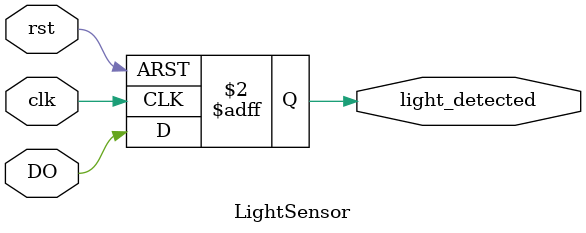
<source format=v>
module LightSensor (
    input wire clk,         // Reloj de la FPGA
    input wire rst,         // Señal de reset
    input wire DO,          // Entrada del sensor de luz (Digital Output)
    output reg light_detected // Señal de salida procesada (1 bit)
);

// Procesamiento de la señal del sensor
always @(posedge clk or posedge rst) begin
    if (rst) begin
        light_detected <= 1'b0;
    end else begin
        light_detected <= DO; // Simplemente pasa la señal del sensor
    end
end

endmodule
</source>
